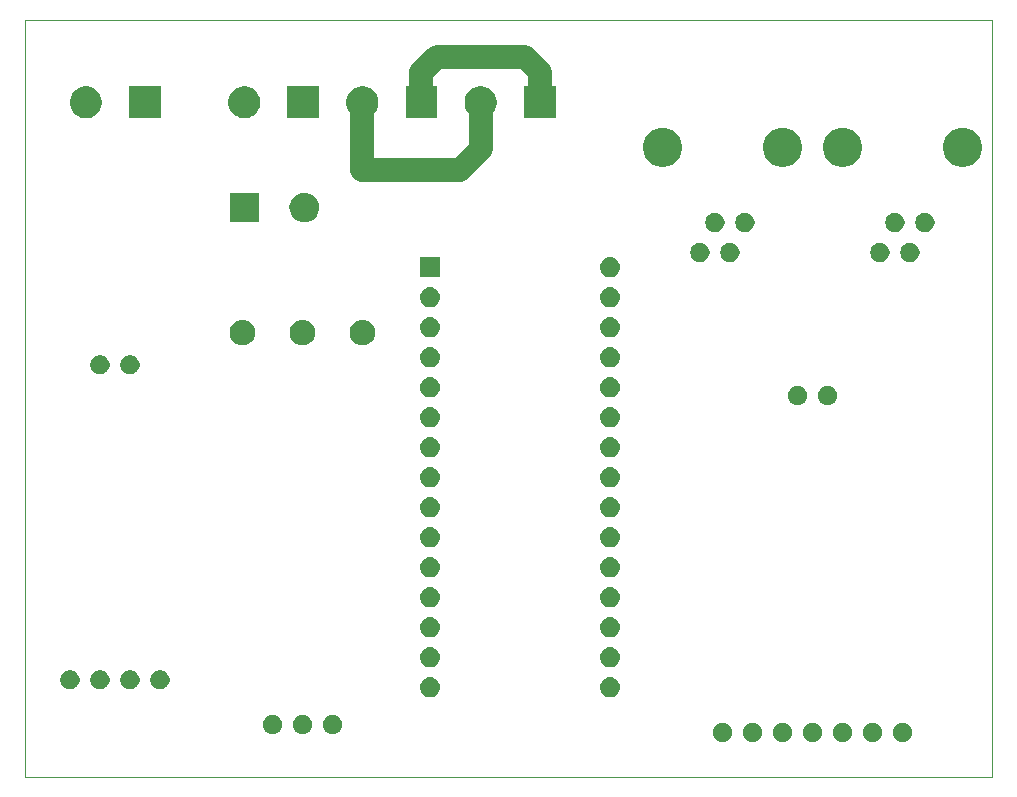
<source format=gbs>
G04 #@! TF.GenerationSoftware,KiCad,Pcbnew,5.1.0-060a0da~80~ubuntu18.04.1*
G04 #@! TF.CreationDate,2019-04-09T01:33:59+03:00*
G04 #@! TF.ProjectId,Borjomi,426f726a-6f6d-4692-9e6b-696361645f70,w01*
G04 #@! TF.SameCoordinates,Original*
G04 #@! TF.FileFunction,Soldermask,Bot*
G04 #@! TF.FilePolarity,Negative*
%FSLAX46Y46*%
G04 Gerber Fmt 4.6, Leading zero omitted, Abs format (unit mm)*
G04 Created by KiCad (PCBNEW 5.1.0-060a0da~80~ubuntu18.04.1) date 2019-04-09 01:33:59*
%MOMM*%
%LPD*%
G04 APERTURE LIST*
%ADD10C,2.000000*%
%ADD11C,0.120000*%
%ADD12C,0.150000*%
G04 APERTURE END LIST*
D10*
X91200000Y-38100000D02*
X83820000Y-38100000D01*
X92470000Y-39370000D02*
X91200000Y-38100000D01*
X92470000Y-41910000D02*
X92470000Y-39370000D01*
X82470000Y-39370000D02*
X83820000Y-38100000D01*
X82470000Y-41910000D02*
X82470000Y-39370000D01*
X87470000Y-45720000D02*
X87470000Y-41910000D01*
X85725000Y-47625000D02*
X87470000Y-45880000D01*
X77470000Y-47625000D02*
X85725000Y-47625000D01*
X77470000Y-41910000D02*
X77470000Y-47625000D01*
D11*
X48895000Y-99060000D02*
X48895000Y-34925000D01*
X130810000Y-99060000D02*
X48895000Y-99060000D01*
X130810000Y-34925000D02*
X130810000Y-99060000D01*
X48895000Y-34925000D02*
X130810000Y-34925000D01*
D12*
G36*
X108187142Y-94468242D02*
G01*
X108335101Y-94529529D01*
X108468255Y-94618499D01*
X108581501Y-94731745D01*
X108670471Y-94864899D01*
X108731758Y-95012858D01*
X108763000Y-95169925D01*
X108763000Y-95330075D01*
X108731758Y-95487142D01*
X108670471Y-95635101D01*
X108581501Y-95768255D01*
X108468255Y-95881501D01*
X108335101Y-95970471D01*
X108187142Y-96031758D01*
X108030075Y-96063000D01*
X107869925Y-96063000D01*
X107712858Y-96031758D01*
X107564899Y-95970471D01*
X107431745Y-95881501D01*
X107318499Y-95768255D01*
X107229529Y-95635101D01*
X107168242Y-95487142D01*
X107137000Y-95330075D01*
X107137000Y-95169925D01*
X107168242Y-95012858D01*
X107229529Y-94864899D01*
X107318499Y-94731745D01*
X107431745Y-94618499D01*
X107564899Y-94529529D01*
X107712858Y-94468242D01*
X107869925Y-94437000D01*
X108030075Y-94437000D01*
X108187142Y-94468242D01*
X108187142Y-94468242D01*
G37*
G36*
X120887142Y-94468242D02*
G01*
X121035101Y-94529529D01*
X121168255Y-94618499D01*
X121281501Y-94731745D01*
X121370471Y-94864899D01*
X121431758Y-95012858D01*
X121463000Y-95169925D01*
X121463000Y-95330075D01*
X121431758Y-95487142D01*
X121370471Y-95635101D01*
X121281501Y-95768255D01*
X121168255Y-95881501D01*
X121035101Y-95970471D01*
X120887142Y-96031758D01*
X120730075Y-96063000D01*
X120569925Y-96063000D01*
X120412858Y-96031758D01*
X120264899Y-95970471D01*
X120131745Y-95881501D01*
X120018499Y-95768255D01*
X119929529Y-95635101D01*
X119868242Y-95487142D01*
X119837000Y-95330075D01*
X119837000Y-95169925D01*
X119868242Y-95012858D01*
X119929529Y-94864899D01*
X120018499Y-94731745D01*
X120131745Y-94618499D01*
X120264899Y-94529529D01*
X120412858Y-94468242D01*
X120569925Y-94437000D01*
X120730075Y-94437000D01*
X120887142Y-94468242D01*
X120887142Y-94468242D01*
G37*
G36*
X118347142Y-94468242D02*
G01*
X118495101Y-94529529D01*
X118628255Y-94618499D01*
X118741501Y-94731745D01*
X118830471Y-94864899D01*
X118891758Y-95012858D01*
X118923000Y-95169925D01*
X118923000Y-95330075D01*
X118891758Y-95487142D01*
X118830471Y-95635101D01*
X118741501Y-95768255D01*
X118628255Y-95881501D01*
X118495101Y-95970471D01*
X118347142Y-96031758D01*
X118190075Y-96063000D01*
X118029925Y-96063000D01*
X117872858Y-96031758D01*
X117724899Y-95970471D01*
X117591745Y-95881501D01*
X117478499Y-95768255D01*
X117389529Y-95635101D01*
X117328242Y-95487142D01*
X117297000Y-95330075D01*
X117297000Y-95169925D01*
X117328242Y-95012858D01*
X117389529Y-94864899D01*
X117478499Y-94731745D01*
X117591745Y-94618499D01*
X117724899Y-94529529D01*
X117872858Y-94468242D01*
X118029925Y-94437000D01*
X118190075Y-94437000D01*
X118347142Y-94468242D01*
X118347142Y-94468242D01*
G37*
G36*
X123427142Y-94468242D02*
G01*
X123575101Y-94529529D01*
X123708255Y-94618499D01*
X123821501Y-94731745D01*
X123910471Y-94864899D01*
X123971758Y-95012858D01*
X124003000Y-95169925D01*
X124003000Y-95330075D01*
X123971758Y-95487142D01*
X123910471Y-95635101D01*
X123821501Y-95768255D01*
X123708255Y-95881501D01*
X123575101Y-95970471D01*
X123427142Y-96031758D01*
X123270075Y-96063000D01*
X123109925Y-96063000D01*
X122952858Y-96031758D01*
X122804899Y-95970471D01*
X122671745Y-95881501D01*
X122558499Y-95768255D01*
X122469529Y-95635101D01*
X122408242Y-95487142D01*
X122377000Y-95330075D01*
X122377000Y-95169925D01*
X122408242Y-95012858D01*
X122469529Y-94864899D01*
X122558499Y-94731745D01*
X122671745Y-94618499D01*
X122804899Y-94529529D01*
X122952858Y-94468242D01*
X123109925Y-94437000D01*
X123270075Y-94437000D01*
X123427142Y-94468242D01*
X123427142Y-94468242D01*
G37*
G36*
X113267142Y-94468242D02*
G01*
X113415101Y-94529529D01*
X113548255Y-94618499D01*
X113661501Y-94731745D01*
X113750471Y-94864899D01*
X113811758Y-95012858D01*
X113843000Y-95169925D01*
X113843000Y-95330075D01*
X113811758Y-95487142D01*
X113750471Y-95635101D01*
X113661501Y-95768255D01*
X113548255Y-95881501D01*
X113415101Y-95970471D01*
X113267142Y-96031758D01*
X113110075Y-96063000D01*
X112949925Y-96063000D01*
X112792858Y-96031758D01*
X112644899Y-95970471D01*
X112511745Y-95881501D01*
X112398499Y-95768255D01*
X112309529Y-95635101D01*
X112248242Y-95487142D01*
X112217000Y-95330075D01*
X112217000Y-95169925D01*
X112248242Y-95012858D01*
X112309529Y-94864899D01*
X112398499Y-94731745D01*
X112511745Y-94618499D01*
X112644899Y-94529529D01*
X112792858Y-94468242D01*
X112949925Y-94437000D01*
X113110075Y-94437000D01*
X113267142Y-94468242D01*
X113267142Y-94468242D01*
G37*
G36*
X115807142Y-94468242D02*
G01*
X115955101Y-94529529D01*
X116088255Y-94618499D01*
X116201501Y-94731745D01*
X116290471Y-94864899D01*
X116351758Y-95012858D01*
X116383000Y-95169925D01*
X116383000Y-95330075D01*
X116351758Y-95487142D01*
X116290471Y-95635101D01*
X116201501Y-95768255D01*
X116088255Y-95881501D01*
X115955101Y-95970471D01*
X115807142Y-96031758D01*
X115650075Y-96063000D01*
X115489925Y-96063000D01*
X115332858Y-96031758D01*
X115184899Y-95970471D01*
X115051745Y-95881501D01*
X114938499Y-95768255D01*
X114849529Y-95635101D01*
X114788242Y-95487142D01*
X114757000Y-95330075D01*
X114757000Y-95169925D01*
X114788242Y-95012858D01*
X114849529Y-94864899D01*
X114938499Y-94731745D01*
X115051745Y-94618499D01*
X115184899Y-94529529D01*
X115332858Y-94468242D01*
X115489925Y-94437000D01*
X115650075Y-94437000D01*
X115807142Y-94468242D01*
X115807142Y-94468242D01*
G37*
G36*
X110727142Y-94468242D02*
G01*
X110875101Y-94529529D01*
X111008255Y-94618499D01*
X111121501Y-94731745D01*
X111210471Y-94864899D01*
X111271758Y-95012858D01*
X111303000Y-95169925D01*
X111303000Y-95330075D01*
X111271758Y-95487142D01*
X111210471Y-95635101D01*
X111121501Y-95768255D01*
X111008255Y-95881501D01*
X110875101Y-95970471D01*
X110727142Y-96031758D01*
X110570075Y-96063000D01*
X110409925Y-96063000D01*
X110252858Y-96031758D01*
X110104899Y-95970471D01*
X109971745Y-95881501D01*
X109858499Y-95768255D01*
X109769529Y-95635101D01*
X109708242Y-95487142D01*
X109677000Y-95330075D01*
X109677000Y-95169925D01*
X109708242Y-95012858D01*
X109769529Y-94864899D01*
X109858499Y-94731745D01*
X109971745Y-94618499D01*
X110104899Y-94529529D01*
X110252858Y-94468242D01*
X110409925Y-94437000D01*
X110570075Y-94437000D01*
X110727142Y-94468242D01*
X110727142Y-94468242D01*
G37*
G36*
X75167142Y-93818242D02*
G01*
X75315101Y-93879529D01*
X75448255Y-93968499D01*
X75561501Y-94081745D01*
X75650471Y-94214899D01*
X75711758Y-94362858D01*
X75743000Y-94519925D01*
X75743000Y-94680075D01*
X75711758Y-94837142D01*
X75650471Y-94985101D01*
X75561501Y-95118255D01*
X75448255Y-95231501D01*
X75315101Y-95320471D01*
X75167142Y-95381758D01*
X75010075Y-95413000D01*
X74849925Y-95413000D01*
X74692858Y-95381758D01*
X74544899Y-95320471D01*
X74411745Y-95231501D01*
X74298499Y-95118255D01*
X74209529Y-94985101D01*
X74148242Y-94837142D01*
X74117000Y-94680075D01*
X74117000Y-94519925D01*
X74148242Y-94362858D01*
X74209529Y-94214899D01*
X74298499Y-94081745D01*
X74411745Y-93968499D01*
X74544899Y-93879529D01*
X74692858Y-93818242D01*
X74849925Y-93787000D01*
X75010075Y-93787000D01*
X75167142Y-93818242D01*
X75167142Y-93818242D01*
G37*
G36*
X72627142Y-93818242D02*
G01*
X72775101Y-93879529D01*
X72908255Y-93968499D01*
X73021501Y-94081745D01*
X73110471Y-94214899D01*
X73171758Y-94362858D01*
X73203000Y-94519925D01*
X73203000Y-94680075D01*
X73171758Y-94837142D01*
X73110471Y-94985101D01*
X73021501Y-95118255D01*
X72908255Y-95231501D01*
X72775101Y-95320471D01*
X72627142Y-95381758D01*
X72470075Y-95413000D01*
X72309925Y-95413000D01*
X72152858Y-95381758D01*
X72004899Y-95320471D01*
X71871745Y-95231501D01*
X71758499Y-95118255D01*
X71669529Y-94985101D01*
X71608242Y-94837142D01*
X71577000Y-94680075D01*
X71577000Y-94519925D01*
X71608242Y-94362858D01*
X71669529Y-94214899D01*
X71758499Y-94081745D01*
X71871745Y-93968499D01*
X72004899Y-93879529D01*
X72152858Y-93818242D01*
X72309925Y-93787000D01*
X72470075Y-93787000D01*
X72627142Y-93818242D01*
X72627142Y-93818242D01*
G37*
G36*
X70087142Y-93818242D02*
G01*
X70235101Y-93879529D01*
X70368255Y-93968499D01*
X70481501Y-94081745D01*
X70570471Y-94214899D01*
X70631758Y-94362858D01*
X70663000Y-94519925D01*
X70663000Y-94680075D01*
X70631758Y-94837142D01*
X70570471Y-94985101D01*
X70481501Y-95118255D01*
X70368255Y-95231501D01*
X70235101Y-95320471D01*
X70087142Y-95381758D01*
X69930075Y-95413000D01*
X69769925Y-95413000D01*
X69612858Y-95381758D01*
X69464899Y-95320471D01*
X69331745Y-95231501D01*
X69218499Y-95118255D01*
X69129529Y-94985101D01*
X69068242Y-94837142D01*
X69037000Y-94680075D01*
X69037000Y-94519925D01*
X69068242Y-94362858D01*
X69129529Y-94214899D01*
X69218499Y-94081745D01*
X69331745Y-93968499D01*
X69464899Y-93879529D01*
X69612858Y-93818242D01*
X69769925Y-93787000D01*
X69930075Y-93787000D01*
X70087142Y-93818242D01*
X70087142Y-93818242D01*
G37*
G36*
X83351823Y-90601313D02*
G01*
X83512242Y-90649976D01*
X83644906Y-90720886D01*
X83660078Y-90728996D01*
X83789659Y-90835341D01*
X83896004Y-90964922D01*
X83896005Y-90964924D01*
X83975024Y-91112758D01*
X84023687Y-91273177D01*
X84040117Y-91440000D01*
X84023687Y-91606823D01*
X83975024Y-91767242D01*
X83904114Y-91899906D01*
X83896004Y-91915078D01*
X83789659Y-92044659D01*
X83660078Y-92151004D01*
X83660076Y-92151005D01*
X83512242Y-92230024D01*
X83351823Y-92278687D01*
X83226804Y-92291000D01*
X83143196Y-92291000D01*
X83018177Y-92278687D01*
X82857758Y-92230024D01*
X82709924Y-92151005D01*
X82709922Y-92151004D01*
X82580341Y-92044659D01*
X82473996Y-91915078D01*
X82465886Y-91899906D01*
X82394976Y-91767242D01*
X82346313Y-91606823D01*
X82329883Y-91440000D01*
X82346313Y-91273177D01*
X82394976Y-91112758D01*
X82473995Y-90964924D01*
X82473996Y-90964922D01*
X82580341Y-90835341D01*
X82709922Y-90728996D01*
X82725094Y-90720886D01*
X82857758Y-90649976D01*
X83018177Y-90601313D01*
X83143196Y-90589000D01*
X83226804Y-90589000D01*
X83351823Y-90601313D01*
X83351823Y-90601313D01*
G37*
G36*
X98591823Y-90601313D02*
G01*
X98752242Y-90649976D01*
X98884906Y-90720886D01*
X98900078Y-90728996D01*
X99029659Y-90835341D01*
X99136004Y-90964922D01*
X99136005Y-90964924D01*
X99215024Y-91112758D01*
X99263687Y-91273177D01*
X99280117Y-91440000D01*
X99263687Y-91606823D01*
X99215024Y-91767242D01*
X99144114Y-91899906D01*
X99136004Y-91915078D01*
X99029659Y-92044659D01*
X98900078Y-92151004D01*
X98900076Y-92151005D01*
X98752242Y-92230024D01*
X98591823Y-92278687D01*
X98466804Y-92291000D01*
X98383196Y-92291000D01*
X98258177Y-92278687D01*
X98097758Y-92230024D01*
X97949924Y-92151005D01*
X97949922Y-92151004D01*
X97820341Y-92044659D01*
X97713996Y-91915078D01*
X97705886Y-91899906D01*
X97634976Y-91767242D01*
X97586313Y-91606823D01*
X97569883Y-91440000D01*
X97586313Y-91273177D01*
X97634976Y-91112758D01*
X97713995Y-90964924D01*
X97713996Y-90964922D01*
X97820341Y-90835341D01*
X97949922Y-90728996D01*
X97965094Y-90720886D01*
X98097758Y-90649976D01*
X98258177Y-90601313D01*
X98383196Y-90589000D01*
X98466804Y-90589000D01*
X98591823Y-90601313D01*
X98591823Y-90601313D01*
G37*
G36*
X60562142Y-90023242D02*
G01*
X60710101Y-90084529D01*
X60843255Y-90173499D01*
X60956501Y-90286745D01*
X61045471Y-90419899D01*
X61106758Y-90567858D01*
X61138000Y-90724925D01*
X61138000Y-90885075D01*
X61106758Y-91042142D01*
X61045471Y-91190101D01*
X60956501Y-91323255D01*
X60843255Y-91436501D01*
X60710101Y-91525471D01*
X60562142Y-91586758D01*
X60405075Y-91618000D01*
X60244925Y-91618000D01*
X60087858Y-91586758D01*
X59939899Y-91525471D01*
X59806745Y-91436501D01*
X59693499Y-91323255D01*
X59604529Y-91190101D01*
X59543242Y-91042142D01*
X59512000Y-90885075D01*
X59512000Y-90724925D01*
X59543242Y-90567858D01*
X59604529Y-90419899D01*
X59693499Y-90286745D01*
X59806745Y-90173499D01*
X59939899Y-90084529D01*
X60087858Y-90023242D01*
X60244925Y-89992000D01*
X60405075Y-89992000D01*
X60562142Y-90023242D01*
X60562142Y-90023242D01*
G37*
G36*
X58022142Y-90023242D02*
G01*
X58170101Y-90084529D01*
X58303255Y-90173499D01*
X58416501Y-90286745D01*
X58505471Y-90419899D01*
X58566758Y-90567858D01*
X58598000Y-90724925D01*
X58598000Y-90885075D01*
X58566758Y-91042142D01*
X58505471Y-91190101D01*
X58416501Y-91323255D01*
X58303255Y-91436501D01*
X58170101Y-91525471D01*
X58022142Y-91586758D01*
X57865075Y-91618000D01*
X57704925Y-91618000D01*
X57547858Y-91586758D01*
X57399899Y-91525471D01*
X57266745Y-91436501D01*
X57153499Y-91323255D01*
X57064529Y-91190101D01*
X57003242Y-91042142D01*
X56972000Y-90885075D01*
X56972000Y-90724925D01*
X57003242Y-90567858D01*
X57064529Y-90419899D01*
X57153499Y-90286745D01*
X57266745Y-90173499D01*
X57399899Y-90084529D01*
X57547858Y-90023242D01*
X57704925Y-89992000D01*
X57865075Y-89992000D01*
X58022142Y-90023242D01*
X58022142Y-90023242D01*
G37*
G36*
X55482142Y-90023242D02*
G01*
X55630101Y-90084529D01*
X55763255Y-90173499D01*
X55876501Y-90286745D01*
X55965471Y-90419899D01*
X56026758Y-90567858D01*
X56058000Y-90724925D01*
X56058000Y-90885075D01*
X56026758Y-91042142D01*
X55965471Y-91190101D01*
X55876501Y-91323255D01*
X55763255Y-91436501D01*
X55630101Y-91525471D01*
X55482142Y-91586758D01*
X55325075Y-91618000D01*
X55164925Y-91618000D01*
X55007858Y-91586758D01*
X54859899Y-91525471D01*
X54726745Y-91436501D01*
X54613499Y-91323255D01*
X54524529Y-91190101D01*
X54463242Y-91042142D01*
X54432000Y-90885075D01*
X54432000Y-90724925D01*
X54463242Y-90567858D01*
X54524529Y-90419899D01*
X54613499Y-90286745D01*
X54726745Y-90173499D01*
X54859899Y-90084529D01*
X55007858Y-90023242D01*
X55164925Y-89992000D01*
X55325075Y-89992000D01*
X55482142Y-90023242D01*
X55482142Y-90023242D01*
G37*
G36*
X52942142Y-90023242D02*
G01*
X53090101Y-90084529D01*
X53223255Y-90173499D01*
X53336501Y-90286745D01*
X53425471Y-90419899D01*
X53486758Y-90567858D01*
X53518000Y-90724925D01*
X53518000Y-90885075D01*
X53486758Y-91042142D01*
X53425471Y-91190101D01*
X53336501Y-91323255D01*
X53223255Y-91436501D01*
X53090101Y-91525471D01*
X52942142Y-91586758D01*
X52785075Y-91618000D01*
X52624925Y-91618000D01*
X52467858Y-91586758D01*
X52319899Y-91525471D01*
X52186745Y-91436501D01*
X52073499Y-91323255D01*
X51984529Y-91190101D01*
X51923242Y-91042142D01*
X51892000Y-90885075D01*
X51892000Y-90724925D01*
X51923242Y-90567858D01*
X51984529Y-90419899D01*
X52073499Y-90286745D01*
X52186745Y-90173499D01*
X52319899Y-90084529D01*
X52467858Y-90023242D01*
X52624925Y-89992000D01*
X52785075Y-89992000D01*
X52942142Y-90023242D01*
X52942142Y-90023242D01*
G37*
G36*
X98591823Y-88061313D02*
G01*
X98752242Y-88109976D01*
X98884906Y-88180886D01*
X98900078Y-88188996D01*
X99029659Y-88295341D01*
X99136004Y-88424922D01*
X99136005Y-88424924D01*
X99215024Y-88572758D01*
X99263687Y-88733177D01*
X99280117Y-88900000D01*
X99263687Y-89066823D01*
X99215024Y-89227242D01*
X99144114Y-89359906D01*
X99136004Y-89375078D01*
X99029659Y-89504659D01*
X98900078Y-89611004D01*
X98900076Y-89611005D01*
X98752242Y-89690024D01*
X98591823Y-89738687D01*
X98466804Y-89751000D01*
X98383196Y-89751000D01*
X98258177Y-89738687D01*
X98097758Y-89690024D01*
X97949924Y-89611005D01*
X97949922Y-89611004D01*
X97820341Y-89504659D01*
X97713996Y-89375078D01*
X97705886Y-89359906D01*
X97634976Y-89227242D01*
X97586313Y-89066823D01*
X97569883Y-88900000D01*
X97586313Y-88733177D01*
X97634976Y-88572758D01*
X97713995Y-88424924D01*
X97713996Y-88424922D01*
X97820341Y-88295341D01*
X97949922Y-88188996D01*
X97965094Y-88180886D01*
X98097758Y-88109976D01*
X98258177Y-88061313D01*
X98383196Y-88049000D01*
X98466804Y-88049000D01*
X98591823Y-88061313D01*
X98591823Y-88061313D01*
G37*
G36*
X83351823Y-88061313D02*
G01*
X83512242Y-88109976D01*
X83644906Y-88180886D01*
X83660078Y-88188996D01*
X83789659Y-88295341D01*
X83896004Y-88424922D01*
X83896005Y-88424924D01*
X83975024Y-88572758D01*
X84023687Y-88733177D01*
X84040117Y-88900000D01*
X84023687Y-89066823D01*
X83975024Y-89227242D01*
X83904114Y-89359906D01*
X83896004Y-89375078D01*
X83789659Y-89504659D01*
X83660078Y-89611004D01*
X83660076Y-89611005D01*
X83512242Y-89690024D01*
X83351823Y-89738687D01*
X83226804Y-89751000D01*
X83143196Y-89751000D01*
X83018177Y-89738687D01*
X82857758Y-89690024D01*
X82709924Y-89611005D01*
X82709922Y-89611004D01*
X82580341Y-89504659D01*
X82473996Y-89375078D01*
X82465886Y-89359906D01*
X82394976Y-89227242D01*
X82346313Y-89066823D01*
X82329883Y-88900000D01*
X82346313Y-88733177D01*
X82394976Y-88572758D01*
X82473995Y-88424924D01*
X82473996Y-88424922D01*
X82580341Y-88295341D01*
X82709922Y-88188996D01*
X82725094Y-88180886D01*
X82857758Y-88109976D01*
X83018177Y-88061313D01*
X83143196Y-88049000D01*
X83226804Y-88049000D01*
X83351823Y-88061313D01*
X83351823Y-88061313D01*
G37*
G36*
X98591823Y-85521313D02*
G01*
X98752242Y-85569976D01*
X98884906Y-85640886D01*
X98900078Y-85648996D01*
X99029659Y-85755341D01*
X99136004Y-85884922D01*
X99136005Y-85884924D01*
X99215024Y-86032758D01*
X99263687Y-86193177D01*
X99280117Y-86360000D01*
X99263687Y-86526823D01*
X99215024Y-86687242D01*
X99144114Y-86819906D01*
X99136004Y-86835078D01*
X99029659Y-86964659D01*
X98900078Y-87071004D01*
X98900076Y-87071005D01*
X98752242Y-87150024D01*
X98591823Y-87198687D01*
X98466804Y-87211000D01*
X98383196Y-87211000D01*
X98258177Y-87198687D01*
X98097758Y-87150024D01*
X97949924Y-87071005D01*
X97949922Y-87071004D01*
X97820341Y-86964659D01*
X97713996Y-86835078D01*
X97705886Y-86819906D01*
X97634976Y-86687242D01*
X97586313Y-86526823D01*
X97569883Y-86360000D01*
X97586313Y-86193177D01*
X97634976Y-86032758D01*
X97713995Y-85884924D01*
X97713996Y-85884922D01*
X97820341Y-85755341D01*
X97949922Y-85648996D01*
X97965094Y-85640886D01*
X98097758Y-85569976D01*
X98258177Y-85521313D01*
X98383196Y-85509000D01*
X98466804Y-85509000D01*
X98591823Y-85521313D01*
X98591823Y-85521313D01*
G37*
G36*
X83351823Y-85521313D02*
G01*
X83512242Y-85569976D01*
X83644906Y-85640886D01*
X83660078Y-85648996D01*
X83789659Y-85755341D01*
X83896004Y-85884922D01*
X83896005Y-85884924D01*
X83975024Y-86032758D01*
X84023687Y-86193177D01*
X84040117Y-86360000D01*
X84023687Y-86526823D01*
X83975024Y-86687242D01*
X83904114Y-86819906D01*
X83896004Y-86835078D01*
X83789659Y-86964659D01*
X83660078Y-87071004D01*
X83660076Y-87071005D01*
X83512242Y-87150024D01*
X83351823Y-87198687D01*
X83226804Y-87211000D01*
X83143196Y-87211000D01*
X83018177Y-87198687D01*
X82857758Y-87150024D01*
X82709924Y-87071005D01*
X82709922Y-87071004D01*
X82580341Y-86964659D01*
X82473996Y-86835078D01*
X82465886Y-86819906D01*
X82394976Y-86687242D01*
X82346313Y-86526823D01*
X82329883Y-86360000D01*
X82346313Y-86193177D01*
X82394976Y-86032758D01*
X82473995Y-85884924D01*
X82473996Y-85884922D01*
X82580341Y-85755341D01*
X82709922Y-85648996D01*
X82725094Y-85640886D01*
X82857758Y-85569976D01*
X83018177Y-85521313D01*
X83143196Y-85509000D01*
X83226804Y-85509000D01*
X83351823Y-85521313D01*
X83351823Y-85521313D01*
G37*
G36*
X98591823Y-82981313D02*
G01*
X98752242Y-83029976D01*
X98884906Y-83100886D01*
X98900078Y-83108996D01*
X99029659Y-83215341D01*
X99136004Y-83344922D01*
X99136005Y-83344924D01*
X99215024Y-83492758D01*
X99263687Y-83653177D01*
X99280117Y-83820000D01*
X99263687Y-83986823D01*
X99215024Y-84147242D01*
X99144114Y-84279906D01*
X99136004Y-84295078D01*
X99029659Y-84424659D01*
X98900078Y-84531004D01*
X98900076Y-84531005D01*
X98752242Y-84610024D01*
X98591823Y-84658687D01*
X98466804Y-84671000D01*
X98383196Y-84671000D01*
X98258177Y-84658687D01*
X98097758Y-84610024D01*
X97949924Y-84531005D01*
X97949922Y-84531004D01*
X97820341Y-84424659D01*
X97713996Y-84295078D01*
X97705886Y-84279906D01*
X97634976Y-84147242D01*
X97586313Y-83986823D01*
X97569883Y-83820000D01*
X97586313Y-83653177D01*
X97634976Y-83492758D01*
X97713995Y-83344924D01*
X97713996Y-83344922D01*
X97820341Y-83215341D01*
X97949922Y-83108996D01*
X97965094Y-83100886D01*
X98097758Y-83029976D01*
X98258177Y-82981313D01*
X98383196Y-82969000D01*
X98466804Y-82969000D01*
X98591823Y-82981313D01*
X98591823Y-82981313D01*
G37*
G36*
X83351823Y-82981313D02*
G01*
X83512242Y-83029976D01*
X83644906Y-83100886D01*
X83660078Y-83108996D01*
X83789659Y-83215341D01*
X83896004Y-83344922D01*
X83896005Y-83344924D01*
X83975024Y-83492758D01*
X84023687Y-83653177D01*
X84040117Y-83820000D01*
X84023687Y-83986823D01*
X83975024Y-84147242D01*
X83904114Y-84279906D01*
X83896004Y-84295078D01*
X83789659Y-84424659D01*
X83660078Y-84531004D01*
X83660076Y-84531005D01*
X83512242Y-84610024D01*
X83351823Y-84658687D01*
X83226804Y-84671000D01*
X83143196Y-84671000D01*
X83018177Y-84658687D01*
X82857758Y-84610024D01*
X82709924Y-84531005D01*
X82709922Y-84531004D01*
X82580341Y-84424659D01*
X82473996Y-84295078D01*
X82465886Y-84279906D01*
X82394976Y-84147242D01*
X82346313Y-83986823D01*
X82329883Y-83820000D01*
X82346313Y-83653177D01*
X82394976Y-83492758D01*
X82473995Y-83344924D01*
X82473996Y-83344922D01*
X82580341Y-83215341D01*
X82709922Y-83108996D01*
X82725094Y-83100886D01*
X82857758Y-83029976D01*
X83018177Y-82981313D01*
X83143196Y-82969000D01*
X83226804Y-82969000D01*
X83351823Y-82981313D01*
X83351823Y-82981313D01*
G37*
G36*
X83351823Y-80441313D02*
G01*
X83512242Y-80489976D01*
X83644906Y-80560886D01*
X83660078Y-80568996D01*
X83789659Y-80675341D01*
X83896004Y-80804922D01*
X83896005Y-80804924D01*
X83975024Y-80952758D01*
X84023687Y-81113177D01*
X84040117Y-81280000D01*
X84023687Y-81446823D01*
X83975024Y-81607242D01*
X83904114Y-81739906D01*
X83896004Y-81755078D01*
X83789659Y-81884659D01*
X83660078Y-81991004D01*
X83660076Y-81991005D01*
X83512242Y-82070024D01*
X83351823Y-82118687D01*
X83226804Y-82131000D01*
X83143196Y-82131000D01*
X83018177Y-82118687D01*
X82857758Y-82070024D01*
X82709924Y-81991005D01*
X82709922Y-81991004D01*
X82580341Y-81884659D01*
X82473996Y-81755078D01*
X82465886Y-81739906D01*
X82394976Y-81607242D01*
X82346313Y-81446823D01*
X82329883Y-81280000D01*
X82346313Y-81113177D01*
X82394976Y-80952758D01*
X82473995Y-80804924D01*
X82473996Y-80804922D01*
X82580341Y-80675341D01*
X82709922Y-80568996D01*
X82725094Y-80560886D01*
X82857758Y-80489976D01*
X83018177Y-80441313D01*
X83143196Y-80429000D01*
X83226804Y-80429000D01*
X83351823Y-80441313D01*
X83351823Y-80441313D01*
G37*
G36*
X98591823Y-80441313D02*
G01*
X98752242Y-80489976D01*
X98884906Y-80560886D01*
X98900078Y-80568996D01*
X99029659Y-80675341D01*
X99136004Y-80804922D01*
X99136005Y-80804924D01*
X99215024Y-80952758D01*
X99263687Y-81113177D01*
X99280117Y-81280000D01*
X99263687Y-81446823D01*
X99215024Y-81607242D01*
X99144114Y-81739906D01*
X99136004Y-81755078D01*
X99029659Y-81884659D01*
X98900078Y-81991004D01*
X98900076Y-81991005D01*
X98752242Y-82070024D01*
X98591823Y-82118687D01*
X98466804Y-82131000D01*
X98383196Y-82131000D01*
X98258177Y-82118687D01*
X98097758Y-82070024D01*
X97949924Y-81991005D01*
X97949922Y-81991004D01*
X97820341Y-81884659D01*
X97713996Y-81755078D01*
X97705886Y-81739906D01*
X97634976Y-81607242D01*
X97586313Y-81446823D01*
X97569883Y-81280000D01*
X97586313Y-81113177D01*
X97634976Y-80952758D01*
X97713995Y-80804924D01*
X97713996Y-80804922D01*
X97820341Y-80675341D01*
X97949922Y-80568996D01*
X97965094Y-80560886D01*
X98097758Y-80489976D01*
X98258177Y-80441313D01*
X98383196Y-80429000D01*
X98466804Y-80429000D01*
X98591823Y-80441313D01*
X98591823Y-80441313D01*
G37*
G36*
X83351823Y-77901313D02*
G01*
X83512242Y-77949976D01*
X83644906Y-78020886D01*
X83660078Y-78028996D01*
X83789659Y-78135341D01*
X83896004Y-78264922D01*
X83896005Y-78264924D01*
X83975024Y-78412758D01*
X84023687Y-78573177D01*
X84040117Y-78740000D01*
X84023687Y-78906823D01*
X83975024Y-79067242D01*
X83904114Y-79199906D01*
X83896004Y-79215078D01*
X83789659Y-79344659D01*
X83660078Y-79451004D01*
X83660076Y-79451005D01*
X83512242Y-79530024D01*
X83351823Y-79578687D01*
X83226804Y-79591000D01*
X83143196Y-79591000D01*
X83018177Y-79578687D01*
X82857758Y-79530024D01*
X82709924Y-79451005D01*
X82709922Y-79451004D01*
X82580341Y-79344659D01*
X82473996Y-79215078D01*
X82465886Y-79199906D01*
X82394976Y-79067242D01*
X82346313Y-78906823D01*
X82329883Y-78740000D01*
X82346313Y-78573177D01*
X82394976Y-78412758D01*
X82473995Y-78264924D01*
X82473996Y-78264922D01*
X82580341Y-78135341D01*
X82709922Y-78028996D01*
X82725094Y-78020886D01*
X82857758Y-77949976D01*
X83018177Y-77901313D01*
X83143196Y-77889000D01*
X83226804Y-77889000D01*
X83351823Y-77901313D01*
X83351823Y-77901313D01*
G37*
G36*
X98591823Y-77901313D02*
G01*
X98752242Y-77949976D01*
X98884906Y-78020886D01*
X98900078Y-78028996D01*
X99029659Y-78135341D01*
X99136004Y-78264922D01*
X99136005Y-78264924D01*
X99215024Y-78412758D01*
X99263687Y-78573177D01*
X99280117Y-78740000D01*
X99263687Y-78906823D01*
X99215024Y-79067242D01*
X99144114Y-79199906D01*
X99136004Y-79215078D01*
X99029659Y-79344659D01*
X98900078Y-79451004D01*
X98900076Y-79451005D01*
X98752242Y-79530024D01*
X98591823Y-79578687D01*
X98466804Y-79591000D01*
X98383196Y-79591000D01*
X98258177Y-79578687D01*
X98097758Y-79530024D01*
X97949924Y-79451005D01*
X97949922Y-79451004D01*
X97820341Y-79344659D01*
X97713996Y-79215078D01*
X97705886Y-79199906D01*
X97634976Y-79067242D01*
X97586313Y-78906823D01*
X97569883Y-78740000D01*
X97586313Y-78573177D01*
X97634976Y-78412758D01*
X97713995Y-78264924D01*
X97713996Y-78264922D01*
X97820341Y-78135341D01*
X97949922Y-78028996D01*
X97965094Y-78020886D01*
X98097758Y-77949976D01*
X98258177Y-77901313D01*
X98383196Y-77889000D01*
X98466804Y-77889000D01*
X98591823Y-77901313D01*
X98591823Y-77901313D01*
G37*
G36*
X83351823Y-75361313D02*
G01*
X83512242Y-75409976D01*
X83644906Y-75480886D01*
X83660078Y-75488996D01*
X83789659Y-75595341D01*
X83896004Y-75724922D01*
X83896005Y-75724924D01*
X83975024Y-75872758D01*
X84023687Y-76033177D01*
X84040117Y-76200000D01*
X84023687Y-76366823D01*
X83975024Y-76527242D01*
X83904114Y-76659906D01*
X83896004Y-76675078D01*
X83789659Y-76804659D01*
X83660078Y-76911004D01*
X83660076Y-76911005D01*
X83512242Y-76990024D01*
X83351823Y-77038687D01*
X83226804Y-77051000D01*
X83143196Y-77051000D01*
X83018177Y-77038687D01*
X82857758Y-76990024D01*
X82709924Y-76911005D01*
X82709922Y-76911004D01*
X82580341Y-76804659D01*
X82473996Y-76675078D01*
X82465886Y-76659906D01*
X82394976Y-76527242D01*
X82346313Y-76366823D01*
X82329883Y-76200000D01*
X82346313Y-76033177D01*
X82394976Y-75872758D01*
X82473995Y-75724924D01*
X82473996Y-75724922D01*
X82580341Y-75595341D01*
X82709922Y-75488996D01*
X82725094Y-75480886D01*
X82857758Y-75409976D01*
X83018177Y-75361313D01*
X83143196Y-75349000D01*
X83226804Y-75349000D01*
X83351823Y-75361313D01*
X83351823Y-75361313D01*
G37*
G36*
X98591823Y-75361313D02*
G01*
X98752242Y-75409976D01*
X98884906Y-75480886D01*
X98900078Y-75488996D01*
X99029659Y-75595341D01*
X99136004Y-75724922D01*
X99136005Y-75724924D01*
X99215024Y-75872758D01*
X99263687Y-76033177D01*
X99280117Y-76200000D01*
X99263687Y-76366823D01*
X99215024Y-76527242D01*
X99144114Y-76659906D01*
X99136004Y-76675078D01*
X99029659Y-76804659D01*
X98900078Y-76911004D01*
X98900076Y-76911005D01*
X98752242Y-76990024D01*
X98591823Y-77038687D01*
X98466804Y-77051000D01*
X98383196Y-77051000D01*
X98258177Y-77038687D01*
X98097758Y-76990024D01*
X97949924Y-76911005D01*
X97949922Y-76911004D01*
X97820341Y-76804659D01*
X97713996Y-76675078D01*
X97705886Y-76659906D01*
X97634976Y-76527242D01*
X97586313Y-76366823D01*
X97569883Y-76200000D01*
X97586313Y-76033177D01*
X97634976Y-75872758D01*
X97713995Y-75724924D01*
X97713996Y-75724922D01*
X97820341Y-75595341D01*
X97949922Y-75488996D01*
X97965094Y-75480886D01*
X98097758Y-75409976D01*
X98258177Y-75361313D01*
X98383196Y-75349000D01*
X98466804Y-75349000D01*
X98591823Y-75361313D01*
X98591823Y-75361313D01*
G37*
G36*
X83351823Y-72821313D02*
G01*
X83512242Y-72869976D01*
X83644906Y-72940886D01*
X83660078Y-72948996D01*
X83789659Y-73055341D01*
X83896004Y-73184922D01*
X83896005Y-73184924D01*
X83975024Y-73332758D01*
X84023687Y-73493177D01*
X84040117Y-73660000D01*
X84023687Y-73826823D01*
X83975024Y-73987242D01*
X83904114Y-74119906D01*
X83896004Y-74135078D01*
X83789659Y-74264659D01*
X83660078Y-74371004D01*
X83660076Y-74371005D01*
X83512242Y-74450024D01*
X83351823Y-74498687D01*
X83226804Y-74511000D01*
X83143196Y-74511000D01*
X83018177Y-74498687D01*
X82857758Y-74450024D01*
X82709924Y-74371005D01*
X82709922Y-74371004D01*
X82580341Y-74264659D01*
X82473996Y-74135078D01*
X82465886Y-74119906D01*
X82394976Y-73987242D01*
X82346313Y-73826823D01*
X82329883Y-73660000D01*
X82346313Y-73493177D01*
X82394976Y-73332758D01*
X82473995Y-73184924D01*
X82473996Y-73184922D01*
X82580341Y-73055341D01*
X82709922Y-72948996D01*
X82725094Y-72940886D01*
X82857758Y-72869976D01*
X83018177Y-72821313D01*
X83143196Y-72809000D01*
X83226804Y-72809000D01*
X83351823Y-72821313D01*
X83351823Y-72821313D01*
G37*
G36*
X98591823Y-72821313D02*
G01*
X98752242Y-72869976D01*
X98884906Y-72940886D01*
X98900078Y-72948996D01*
X99029659Y-73055341D01*
X99136004Y-73184922D01*
X99136005Y-73184924D01*
X99215024Y-73332758D01*
X99263687Y-73493177D01*
X99280117Y-73660000D01*
X99263687Y-73826823D01*
X99215024Y-73987242D01*
X99144114Y-74119906D01*
X99136004Y-74135078D01*
X99029659Y-74264659D01*
X98900078Y-74371004D01*
X98900076Y-74371005D01*
X98752242Y-74450024D01*
X98591823Y-74498687D01*
X98466804Y-74511000D01*
X98383196Y-74511000D01*
X98258177Y-74498687D01*
X98097758Y-74450024D01*
X97949924Y-74371005D01*
X97949922Y-74371004D01*
X97820341Y-74264659D01*
X97713996Y-74135078D01*
X97705886Y-74119906D01*
X97634976Y-73987242D01*
X97586313Y-73826823D01*
X97569883Y-73660000D01*
X97586313Y-73493177D01*
X97634976Y-73332758D01*
X97713995Y-73184924D01*
X97713996Y-73184922D01*
X97820341Y-73055341D01*
X97949922Y-72948996D01*
X97965094Y-72940886D01*
X98097758Y-72869976D01*
X98258177Y-72821313D01*
X98383196Y-72809000D01*
X98466804Y-72809000D01*
X98591823Y-72821313D01*
X98591823Y-72821313D01*
G37*
G36*
X98591823Y-70281313D02*
G01*
X98752242Y-70329976D01*
X98884906Y-70400886D01*
X98900078Y-70408996D01*
X99029659Y-70515341D01*
X99136004Y-70644922D01*
X99136005Y-70644924D01*
X99215024Y-70792758D01*
X99263687Y-70953177D01*
X99280117Y-71120000D01*
X99263687Y-71286823D01*
X99215024Y-71447242D01*
X99144114Y-71579906D01*
X99136004Y-71595078D01*
X99029659Y-71724659D01*
X98900078Y-71831004D01*
X98900076Y-71831005D01*
X98752242Y-71910024D01*
X98591823Y-71958687D01*
X98466804Y-71971000D01*
X98383196Y-71971000D01*
X98258177Y-71958687D01*
X98097758Y-71910024D01*
X97949924Y-71831005D01*
X97949922Y-71831004D01*
X97820341Y-71724659D01*
X97713996Y-71595078D01*
X97705886Y-71579906D01*
X97634976Y-71447242D01*
X97586313Y-71286823D01*
X97569883Y-71120000D01*
X97586313Y-70953177D01*
X97634976Y-70792758D01*
X97713995Y-70644924D01*
X97713996Y-70644922D01*
X97820341Y-70515341D01*
X97949922Y-70408996D01*
X97965094Y-70400886D01*
X98097758Y-70329976D01*
X98258177Y-70281313D01*
X98383196Y-70269000D01*
X98466804Y-70269000D01*
X98591823Y-70281313D01*
X98591823Y-70281313D01*
G37*
G36*
X83351823Y-70281313D02*
G01*
X83512242Y-70329976D01*
X83644906Y-70400886D01*
X83660078Y-70408996D01*
X83789659Y-70515341D01*
X83896004Y-70644922D01*
X83896005Y-70644924D01*
X83975024Y-70792758D01*
X84023687Y-70953177D01*
X84040117Y-71120000D01*
X84023687Y-71286823D01*
X83975024Y-71447242D01*
X83904114Y-71579906D01*
X83896004Y-71595078D01*
X83789659Y-71724659D01*
X83660078Y-71831004D01*
X83660076Y-71831005D01*
X83512242Y-71910024D01*
X83351823Y-71958687D01*
X83226804Y-71971000D01*
X83143196Y-71971000D01*
X83018177Y-71958687D01*
X82857758Y-71910024D01*
X82709924Y-71831005D01*
X82709922Y-71831004D01*
X82580341Y-71724659D01*
X82473996Y-71595078D01*
X82465886Y-71579906D01*
X82394976Y-71447242D01*
X82346313Y-71286823D01*
X82329883Y-71120000D01*
X82346313Y-70953177D01*
X82394976Y-70792758D01*
X82473995Y-70644924D01*
X82473996Y-70644922D01*
X82580341Y-70515341D01*
X82709922Y-70408996D01*
X82725094Y-70400886D01*
X82857758Y-70329976D01*
X83018177Y-70281313D01*
X83143196Y-70269000D01*
X83226804Y-70269000D01*
X83351823Y-70281313D01*
X83351823Y-70281313D01*
G37*
G36*
X98591823Y-67741313D02*
G01*
X98752242Y-67789976D01*
X98884906Y-67860886D01*
X98900078Y-67868996D01*
X99029659Y-67975341D01*
X99136004Y-68104922D01*
X99136005Y-68104924D01*
X99215024Y-68252758D01*
X99263687Y-68413177D01*
X99280117Y-68580000D01*
X99263687Y-68746823D01*
X99215024Y-68907242D01*
X99144114Y-69039906D01*
X99136004Y-69055078D01*
X99029659Y-69184659D01*
X98900078Y-69291004D01*
X98900076Y-69291005D01*
X98752242Y-69370024D01*
X98591823Y-69418687D01*
X98466804Y-69431000D01*
X98383196Y-69431000D01*
X98258177Y-69418687D01*
X98097758Y-69370024D01*
X97949924Y-69291005D01*
X97949922Y-69291004D01*
X97820341Y-69184659D01*
X97713996Y-69055078D01*
X97705886Y-69039906D01*
X97634976Y-68907242D01*
X97586313Y-68746823D01*
X97569883Y-68580000D01*
X97586313Y-68413177D01*
X97634976Y-68252758D01*
X97713995Y-68104924D01*
X97713996Y-68104922D01*
X97820341Y-67975341D01*
X97949922Y-67868996D01*
X97965094Y-67860886D01*
X98097758Y-67789976D01*
X98258177Y-67741313D01*
X98383196Y-67729000D01*
X98466804Y-67729000D01*
X98591823Y-67741313D01*
X98591823Y-67741313D01*
G37*
G36*
X83351823Y-67741313D02*
G01*
X83512242Y-67789976D01*
X83644906Y-67860886D01*
X83660078Y-67868996D01*
X83789659Y-67975341D01*
X83896004Y-68104922D01*
X83896005Y-68104924D01*
X83975024Y-68252758D01*
X84023687Y-68413177D01*
X84040117Y-68580000D01*
X84023687Y-68746823D01*
X83975024Y-68907242D01*
X83904114Y-69039906D01*
X83896004Y-69055078D01*
X83789659Y-69184659D01*
X83660078Y-69291004D01*
X83660076Y-69291005D01*
X83512242Y-69370024D01*
X83351823Y-69418687D01*
X83226804Y-69431000D01*
X83143196Y-69431000D01*
X83018177Y-69418687D01*
X82857758Y-69370024D01*
X82709924Y-69291005D01*
X82709922Y-69291004D01*
X82580341Y-69184659D01*
X82473996Y-69055078D01*
X82465886Y-69039906D01*
X82394976Y-68907242D01*
X82346313Y-68746823D01*
X82329883Y-68580000D01*
X82346313Y-68413177D01*
X82394976Y-68252758D01*
X82473995Y-68104924D01*
X82473996Y-68104922D01*
X82580341Y-67975341D01*
X82709922Y-67868996D01*
X82725094Y-67860886D01*
X82857758Y-67789976D01*
X83018177Y-67741313D01*
X83143196Y-67729000D01*
X83226804Y-67729000D01*
X83351823Y-67741313D01*
X83351823Y-67741313D01*
G37*
G36*
X117077142Y-65968242D02*
G01*
X117225101Y-66029529D01*
X117358255Y-66118499D01*
X117471501Y-66231745D01*
X117560471Y-66364899D01*
X117621758Y-66512858D01*
X117653000Y-66669925D01*
X117653000Y-66830075D01*
X117621758Y-66987142D01*
X117560471Y-67135101D01*
X117471501Y-67268255D01*
X117358255Y-67381501D01*
X117225101Y-67470471D01*
X117077142Y-67531758D01*
X116920075Y-67563000D01*
X116759925Y-67563000D01*
X116602858Y-67531758D01*
X116454899Y-67470471D01*
X116321745Y-67381501D01*
X116208499Y-67268255D01*
X116119529Y-67135101D01*
X116058242Y-66987142D01*
X116027000Y-66830075D01*
X116027000Y-66669925D01*
X116058242Y-66512858D01*
X116119529Y-66364899D01*
X116208499Y-66231745D01*
X116321745Y-66118499D01*
X116454899Y-66029529D01*
X116602858Y-65968242D01*
X116759925Y-65937000D01*
X116920075Y-65937000D01*
X117077142Y-65968242D01*
X117077142Y-65968242D01*
G37*
G36*
X114537142Y-65968242D02*
G01*
X114685101Y-66029529D01*
X114818255Y-66118499D01*
X114931501Y-66231745D01*
X115020471Y-66364899D01*
X115081758Y-66512858D01*
X115113000Y-66669925D01*
X115113000Y-66830075D01*
X115081758Y-66987142D01*
X115020471Y-67135101D01*
X114931501Y-67268255D01*
X114818255Y-67381501D01*
X114685101Y-67470471D01*
X114537142Y-67531758D01*
X114380075Y-67563000D01*
X114219925Y-67563000D01*
X114062858Y-67531758D01*
X113914899Y-67470471D01*
X113781745Y-67381501D01*
X113668499Y-67268255D01*
X113579529Y-67135101D01*
X113518242Y-66987142D01*
X113487000Y-66830075D01*
X113487000Y-66669925D01*
X113518242Y-66512858D01*
X113579529Y-66364899D01*
X113668499Y-66231745D01*
X113781745Y-66118499D01*
X113914899Y-66029529D01*
X114062858Y-65968242D01*
X114219925Y-65937000D01*
X114380075Y-65937000D01*
X114537142Y-65968242D01*
X114537142Y-65968242D01*
G37*
G36*
X98591823Y-65201313D02*
G01*
X98752242Y-65249976D01*
X98884906Y-65320886D01*
X98900078Y-65328996D01*
X99029659Y-65435341D01*
X99136004Y-65564922D01*
X99136005Y-65564924D01*
X99215024Y-65712758D01*
X99263687Y-65873177D01*
X99280117Y-66040000D01*
X99263687Y-66206823D01*
X99256127Y-66231745D01*
X99215735Y-66364900D01*
X99215024Y-66367242D01*
X99144114Y-66499906D01*
X99136004Y-66515078D01*
X99029659Y-66644659D01*
X98900078Y-66751004D01*
X98900076Y-66751005D01*
X98752242Y-66830024D01*
X98591823Y-66878687D01*
X98466804Y-66891000D01*
X98383196Y-66891000D01*
X98258177Y-66878687D01*
X98097758Y-66830024D01*
X97949924Y-66751005D01*
X97949922Y-66751004D01*
X97820341Y-66644659D01*
X97713996Y-66515078D01*
X97705886Y-66499906D01*
X97634976Y-66367242D01*
X97634266Y-66364900D01*
X97593873Y-66231745D01*
X97586313Y-66206823D01*
X97569883Y-66040000D01*
X97586313Y-65873177D01*
X97634976Y-65712758D01*
X97713995Y-65564924D01*
X97713996Y-65564922D01*
X97820341Y-65435341D01*
X97949922Y-65328996D01*
X97965094Y-65320886D01*
X98097758Y-65249976D01*
X98258177Y-65201313D01*
X98383196Y-65189000D01*
X98466804Y-65189000D01*
X98591823Y-65201313D01*
X98591823Y-65201313D01*
G37*
G36*
X83351823Y-65201313D02*
G01*
X83512242Y-65249976D01*
X83644906Y-65320886D01*
X83660078Y-65328996D01*
X83789659Y-65435341D01*
X83896004Y-65564922D01*
X83896005Y-65564924D01*
X83975024Y-65712758D01*
X84023687Y-65873177D01*
X84040117Y-66040000D01*
X84023687Y-66206823D01*
X84016127Y-66231745D01*
X83975735Y-66364900D01*
X83975024Y-66367242D01*
X83904114Y-66499906D01*
X83896004Y-66515078D01*
X83789659Y-66644659D01*
X83660078Y-66751004D01*
X83660076Y-66751005D01*
X83512242Y-66830024D01*
X83351823Y-66878687D01*
X83226804Y-66891000D01*
X83143196Y-66891000D01*
X83018177Y-66878687D01*
X82857758Y-66830024D01*
X82709924Y-66751005D01*
X82709922Y-66751004D01*
X82580341Y-66644659D01*
X82473996Y-66515078D01*
X82465886Y-66499906D01*
X82394976Y-66367242D01*
X82394266Y-66364900D01*
X82353873Y-66231745D01*
X82346313Y-66206823D01*
X82329883Y-66040000D01*
X82346313Y-65873177D01*
X82394976Y-65712758D01*
X82473995Y-65564924D01*
X82473996Y-65564922D01*
X82580341Y-65435341D01*
X82709922Y-65328996D01*
X82725094Y-65320886D01*
X82857758Y-65249976D01*
X83018177Y-65201313D01*
X83143196Y-65189000D01*
X83226804Y-65189000D01*
X83351823Y-65201313D01*
X83351823Y-65201313D01*
G37*
G36*
X55482142Y-63353242D02*
G01*
X55630101Y-63414529D01*
X55763255Y-63503499D01*
X55876501Y-63616745D01*
X55965471Y-63749899D01*
X56026758Y-63897858D01*
X56058000Y-64054925D01*
X56058000Y-64215075D01*
X56026758Y-64372142D01*
X55965471Y-64520101D01*
X55876501Y-64653255D01*
X55763255Y-64766501D01*
X55630101Y-64855471D01*
X55482142Y-64916758D01*
X55325075Y-64948000D01*
X55164925Y-64948000D01*
X55007858Y-64916758D01*
X54859899Y-64855471D01*
X54726745Y-64766501D01*
X54613499Y-64653255D01*
X54524529Y-64520101D01*
X54463242Y-64372142D01*
X54432000Y-64215075D01*
X54432000Y-64054925D01*
X54463242Y-63897858D01*
X54524529Y-63749899D01*
X54613499Y-63616745D01*
X54726745Y-63503499D01*
X54859899Y-63414529D01*
X55007858Y-63353242D01*
X55164925Y-63322000D01*
X55325075Y-63322000D01*
X55482142Y-63353242D01*
X55482142Y-63353242D01*
G37*
G36*
X58022142Y-63353242D02*
G01*
X58170101Y-63414529D01*
X58303255Y-63503499D01*
X58416501Y-63616745D01*
X58505471Y-63749899D01*
X58566758Y-63897858D01*
X58598000Y-64054925D01*
X58598000Y-64215075D01*
X58566758Y-64372142D01*
X58505471Y-64520101D01*
X58416501Y-64653255D01*
X58303255Y-64766501D01*
X58170101Y-64855471D01*
X58022142Y-64916758D01*
X57865075Y-64948000D01*
X57704925Y-64948000D01*
X57547858Y-64916758D01*
X57399899Y-64855471D01*
X57266745Y-64766501D01*
X57153499Y-64653255D01*
X57064529Y-64520101D01*
X57003242Y-64372142D01*
X56972000Y-64215075D01*
X56972000Y-64054925D01*
X57003242Y-63897858D01*
X57064529Y-63749899D01*
X57153499Y-63616745D01*
X57266745Y-63503499D01*
X57399899Y-63414529D01*
X57547858Y-63353242D01*
X57704925Y-63322000D01*
X57865075Y-63322000D01*
X58022142Y-63353242D01*
X58022142Y-63353242D01*
G37*
G36*
X98591823Y-62661313D02*
G01*
X98752242Y-62709976D01*
X98884906Y-62780886D01*
X98900078Y-62788996D01*
X99029659Y-62895341D01*
X99136004Y-63024922D01*
X99136005Y-63024924D01*
X99215024Y-63172758D01*
X99263687Y-63333177D01*
X99280117Y-63500000D01*
X99263687Y-63666823D01*
X99215024Y-63827242D01*
X99177279Y-63897857D01*
X99136004Y-63975078D01*
X99029659Y-64104659D01*
X98900078Y-64211004D01*
X98892462Y-64215075D01*
X98752242Y-64290024D01*
X98591823Y-64338687D01*
X98466804Y-64351000D01*
X98383196Y-64351000D01*
X98258177Y-64338687D01*
X98097758Y-64290024D01*
X97957538Y-64215075D01*
X97949922Y-64211004D01*
X97820341Y-64104659D01*
X97713996Y-63975078D01*
X97672721Y-63897857D01*
X97634976Y-63827242D01*
X97586313Y-63666823D01*
X97569883Y-63500000D01*
X97586313Y-63333177D01*
X97634976Y-63172758D01*
X97713995Y-63024924D01*
X97713996Y-63024922D01*
X97820341Y-62895341D01*
X97949922Y-62788996D01*
X97965094Y-62780886D01*
X98097758Y-62709976D01*
X98258177Y-62661313D01*
X98383196Y-62649000D01*
X98466804Y-62649000D01*
X98591823Y-62661313D01*
X98591823Y-62661313D01*
G37*
G36*
X83351823Y-62661313D02*
G01*
X83512242Y-62709976D01*
X83644906Y-62780886D01*
X83660078Y-62788996D01*
X83789659Y-62895341D01*
X83896004Y-63024922D01*
X83896005Y-63024924D01*
X83975024Y-63172758D01*
X84023687Y-63333177D01*
X84040117Y-63500000D01*
X84023687Y-63666823D01*
X83975024Y-63827242D01*
X83937279Y-63897857D01*
X83896004Y-63975078D01*
X83789659Y-64104659D01*
X83660078Y-64211004D01*
X83652462Y-64215075D01*
X83512242Y-64290024D01*
X83351823Y-64338687D01*
X83226804Y-64351000D01*
X83143196Y-64351000D01*
X83018177Y-64338687D01*
X82857758Y-64290024D01*
X82717538Y-64215075D01*
X82709922Y-64211004D01*
X82580341Y-64104659D01*
X82473996Y-63975078D01*
X82432721Y-63897857D01*
X82394976Y-63827242D01*
X82346313Y-63666823D01*
X82329883Y-63500000D01*
X82346313Y-63333177D01*
X82394976Y-63172758D01*
X82473995Y-63024924D01*
X82473996Y-63024922D01*
X82580341Y-62895341D01*
X82709922Y-62788996D01*
X82725094Y-62780886D01*
X82857758Y-62709976D01*
X83018177Y-62661313D01*
X83143196Y-62649000D01*
X83226804Y-62649000D01*
X83351823Y-62661313D01*
X83351823Y-62661313D01*
G37*
G36*
X72599722Y-60345656D02*
G01*
X72703566Y-60366312D01*
X72760866Y-60390047D01*
X72899203Y-60447347D01*
X73075272Y-60564993D01*
X73225007Y-60714728D01*
X73342653Y-60890797D01*
X73423688Y-61086435D01*
X73463632Y-61287242D01*
X73465000Y-61294122D01*
X73465000Y-61505878D01*
X73423688Y-61713566D01*
X73408586Y-61750025D01*
X73342653Y-61909203D01*
X73225007Y-62085272D01*
X73075272Y-62235007D01*
X72899203Y-62352653D01*
X72760866Y-62409953D01*
X72703566Y-62433688D01*
X72599722Y-62454344D01*
X72495879Y-62475000D01*
X72284121Y-62475000D01*
X72180278Y-62454344D01*
X72076434Y-62433688D01*
X72019134Y-62409953D01*
X71880797Y-62352653D01*
X71704728Y-62235007D01*
X71554993Y-62085272D01*
X71437347Y-61909203D01*
X71371414Y-61750025D01*
X71356312Y-61713566D01*
X71315000Y-61505878D01*
X71315000Y-61294122D01*
X71316369Y-61287242D01*
X71356312Y-61086435D01*
X71437347Y-60890797D01*
X71554993Y-60714728D01*
X71704728Y-60564993D01*
X71880797Y-60447347D01*
X72019134Y-60390047D01*
X72076434Y-60366312D01*
X72180278Y-60345656D01*
X72284121Y-60325000D01*
X72495879Y-60325000D01*
X72599722Y-60345656D01*
X72599722Y-60345656D01*
G37*
G36*
X67519722Y-60345656D02*
G01*
X67623566Y-60366312D01*
X67680866Y-60390047D01*
X67819203Y-60447347D01*
X67995272Y-60564993D01*
X68145007Y-60714728D01*
X68262653Y-60890797D01*
X68343688Y-61086435D01*
X68383632Y-61287242D01*
X68385000Y-61294122D01*
X68385000Y-61505878D01*
X68343688Y-61713566D01*
X68328586Y-61750025D01*
X68262653Y-61909203D01*
X68145007Y-62085272D01*
X67995272Y-62235007D01*
X67819203Y-62352653D01*
X67680866Y-62409953D01*
X67623566Y-62433688D01*
X67519722Y-62454344D01*
X67415879Y-62475000D01*
X67204121Y-62475000D01*
X67100278Y-62454344D01*
X66996434Y-62433688D01*
X66939134Y-62409953D01*
X66800797Y-62352653D01*
X66624728Y-62235007D01*
X66474993Y-62085272D01*
X66357347Y-61909203D01*
X66291414Y-61750025D01*
X66276312Y-61713566D01*
X66235000Y-61505878D01*
X66235000Y-61294122D01*
X66236369Y-61287242D01*
X66276312Y-61086435D01*
X66357347Y-60890797D01*
X66474993Y-60714728D01*
X66624728Y-60564993D01*
X66800797Y-60447347D01*
X66939134Y-60390047D01*
X66996434Y-60366312D01*
X67100278Y-60345656D01*
X67204121Y-60325000D01*
X67415879Y-60325000D01*
X67519722Y-60345656D01*
X67519722Y-60345656D01*
G37*
G36*
X77679722Y-60345656D02*
G01*
X77783566Y-60366312D01*
X77840866Y-60390047D01*
X77979203Y-60447347D01*
X78155272Y-60564993D01*
X78305007Y-60714728D01*
X78422653Y-60890797D01*
X78503688Y-61086435D01*
X78543632Y-61287242D01*
X78545000Y-61294122D01*
X78545000Y-61505878D01*
X78503688Y-61713566D01*
X78488586Y-61750025D01*
X78422653Y-61909203D01*
X78305007Y-62085272D01*
X78155272Y-62235007D01*
X77979203Y-62352653D01*
X77840866Y-62409953D01*
X77783566Y-62433688D01*
X77679722Y-62454344D01*
X77575879Y-62475000D01*
X77364121Y-62475000D01*
X77260278Y-62454344D01*
X77156434Y-62433688D01*
X77099134Y-62409953D01*
X76960797Y-62352653D01*
X76784728Y-62235007D01*
X76634993Y-62085272D01*
X76517347Y-61909203D01*
X76451414Y-61750025D01*
X76436312Y-61713566D01*
X76395000Y-61505878D01*
X76395000Y-61294122D01*
X76396369Y-61287242D01*
X76436312Y-61086435D01*
X76517347Y-60890797D01*
X76634993Y-60714728D01*
X76784728Y-60564993D01*
X76960797Y-60447347D01*
X77099134Y-60390047D01*
X77156434Y-60366312D01*
X77260278Y-60345656D01*
X77364121Y-60325000D01*
X77575879Y-60325000D01*
X77679722Y-60345656D01*
X77679722Y-60345656D01*
G37*
G36*
X98591823Y-60121313D02*
G01*
X98752242Y-60169976D01*
X98884906Y-60240886D01*
X98900078Y-60248996D01*
X99029659Y-60355341D01*
X99136004Y-60484922D01*
X99136005Y-60484924D01*
X99215024Y-60632758D01*
X99263687Y-60793177D01*
X99280117Y-60960000D01*
X99263687Y-61126823D01*
X99215024Y-61287242D01*
X99144114Y-61419906D01*
X99136004Y-61435078D01*
X99029659Y-61564659D01*
X98900078Y-61671004D01*
X98900076Y-61671005D01*
X98752242Y-61750024D01*
X98591823Y-61798687D01*
X98466804Y-61811000D01*
X98383196Y-61811000D01*
X98258177Y-61798687D01*
X98097758Y-61750024D01*
X97949924Y-61671005D01*
X97949922Y-61671004D01*
X97820341Y-61564659D01*
X97713996Y-61435078D01*
X97705886Y-61419906D01*
X97634976Y-61287242D01*
X97586313Y-61126823D01*
X97569883Y-60960000D01*
X97586313Y-60793177D01*
X97634976Y-60632758D01*
X97713995Y-60484924D01*
X97713996Y-60484922D01*
X97820341Y-60355341D01*
X97949922Y-60248996D01*
X97965094Y-60240886D01*
X98097758Y-60169976D01*
X98258177Y-60121313D01*
X98383196Y-60109000D01*
X98466804Y-60109000D01*
X98591823Y-60121313D01*
X98591823Y-60121313D01*
G37*
G36*
X83351823Y-60121313D02*
G01*
X83512242Y-60169976D01*
X83644906Y-60240886D01*
X83660078Y-60248996D01*
X83789659Y-60355341D01*
X83896004Y-60484922D01*
X83896005Y-60484924D01*
X83975024Y-60632758D01*
X84023687Y-60793177D01*
X84040117Y-60960000D01*
X84023687Y-61126823D01*
X83975024Y-61287242D01*
X83904114Y-61419906D01*
X83896004Y-61435078D01*
X83789659Y-61564659D01*
X83660078Y-61671004D01*
X83660076Y-61671005D01*
X83512242Y-61750024D01*
X83351823Y-61798687D01*
X83226804Y-61811000D01*
X83143196Y-61811000D01*
X83018177Y-61798687D01*
X82857758Y-61750024D01*
X82709924Y-61671005D01*
X82709922Y-61671004D01*
X82580341Y-61564659D01*
X82473996Y-61435078D01*
X82465886Y-61419906D01*
X82394976Y-61287242D01*
X82346313Y-61126823D01*
X82329883Y-60960000D01*
X82346313Y-60793177D01*
X82394976Y-60632758D01*
X82473995Y-60484924D01*
X82473996Y-60484922D01*
X82580341Y-60355341D01*
X82709922Y-60248996D01*
X82725094Y-60240886D01*
X82857758Y-60169976D01*
X83018177Y-60121313D01*
X83143196Y-60109000D01*
X83226804Y-60109000D01*
X83351823Y-60121313D01*
X83351823Y-60121313D01*
G37*
G36*
X98591823Y-57581313D02*
G01*
X98752242Y-57629976D01*
X98884906Y-57700886D01*
X98900078Y-57708996D01*
X99029659Y-57815341D01*
X99136004Y-57944922D01*
X99136005Y-57944924D01*
X99215024Y-58092758D01*
X99263687Y-58253177D01*
X99280117Y-58420000D01*
X99263687Y-58586823D01*
X99215024Y-58747242D01*
X99144114Y-58879906D01*
X99136004Y-58895078D01*
X99029659Y-59024659D01*
X98900078Y-59131004D01*
X98900076Y-59131005D01*
X98752242Y-59210024D01*
X98591823Y-59258687D01*
X98466804Y-59271000D01*
X98383196Y-59271000D01*
X98258177Y-59258687D01*
X98097758Y-59210024D01*
X97949924Y-59131005D01*
X97949922Y-59131004D01*
X97820341Y-59024659D01*
X97713996Y-58895078D01*
X97705886Y-58879906D01*
X97634976Y-58747242D01*
X97586313Y-58586823D01*
X97569883Y-58420000D01*
X97586313Y-58253177D01*
X97634976Y-58092758D01*
X97713995Y-57944924D01*
X97713996Y-57944922D01*
X97820341Y-57815341D01*
X97949922Y-57708996D01*
X97965094Y-57700886D01*
X98097758Y-57629976D01*
X98258177Y-57581313D01*
X98383196Y-57569000D01*
X98466804Y-57569000D01*
X98591823Y-57581313D01*
X98591823Y-57581313D01*
G37*
G36*
X83351823Y-57581313D02*
G01*
X83512242Y-57629976D01*
X83644906Y-57700886D01*
X83660078Y-57708996D01*
X83789659Y-57815341D01*
X83896004Y-57944922D01*
X83896005Y-57944924D01*
X83975024Y-58092758D01*
X84023687Y-58253177D01*
X84040117Y-58420000D01*
X84023687Y-58586823D01*
X83975024Y-58747242D01*
X83904114Y-58879906D01*
X83896004Y-58895078D01*
X83789659Y-59024659D01*
X83660078Y-59131004D01*
X83660076Y-59131005D01*
X83512242Y-59210024D01*
X83351823Y-59258687D01*
X83226804Y-59271000D01*
X83143196Y-59271000D01*
X83018177Y-59258687D01*
X82857758Y-59210024D01*
X82709924Y-59131005D01*
X82709922Y-59131004D01*
X82580341Y-59024659D01*
X82473996Y-58895078D01*
X82465886Y-58879906D01*
X82394976Y-58747242D01*
X82346313Y-58586823D01*
X82329883Y-58420000D01*
X82346313Y-58253177D01*
X82394976Y-58092758D01*
X82473995Y-57944924D01*
X82473996Y-57944922D01*
X82580341Y-57815341D01*
X82709922Y-57708996D01*
X82725094Y-57700886D01*
X82857758Y-57629976D01*
X83018177Y-57581313D01*
X83143196Y-57569000D01*
X83226804Y-57569000D01*
X83351823Y-57581313D01*
X83351823Y-57581313D01*
G37*
G36*
X98591823Y-55041313D02*
G01*
X98752242Y-55089976D01*
X98821475Y-55126982D01*
X98900078Y-55168996D01*
X99029659Y-55275341D01*
X99136004Y-55404922D01*
X99136005Y-55404924D01*
X99215024Y-55552758D01*
X99263687Y-55713177D01*
X99280117Y-55880000D01*
X99263687Y-56046823D01*
X99215024Y-56207242D01*
X99144114Y-56339906D01*
X99136004Y-56355078D01*
X99029659Y-56484659D01*
X98900078Y-56591004D01*
X98900076Y-56591005D01*
X98752242Y-56670024D01*
X98591823Y-56718687D01*
X98466804Y-56731000D01*
X98383196Y-56731000D01*
X98258177Y-56718687D01*
X98097758Y-56670024D01*
X97949924Y-56591005D01*
X97949922Y-56591004D01*
X97820341Y-56484659D01*
X97713996Y-56355078D01*
X97705886Y-56339906D01*
X97634976Y-56207242D01*
X97586313Y-56046823D01*
X97569883Y-55880000D01*
X97586313Y-55713177D01*
X97634976Y-55552758D01*
X97713995Y-55404924D01*
X97713996Y-55404922D01*
X97820341Y-55275341D01*
X97949922Y-55168996D01*
X98028525Y-55126982D01*
X98097758Y-55089976D01*
X98258177Y-55041313D01*
X98383196Y-55029000D01*
X98466804Y-55029000D01*
X98591823Y-55041313D01*
X98591823Y-55041313D01*
G37*
G36*
X84036000Y-56731000D02*
G01*
X82334000Y-56731000D01*
X82334000Y-55029000D01*
X84036000Y-55029000D01*
X84036000Y-56731000D01*
X84036000Y-56731000D01*
G37*
G36*
X106281560Y-53830166D02*
G01*
X106429153Y-53891301D01*
X106561982Y-53980055D01*
X106674945Y-54093018D01*
X106763699Y-54225847D01*
X106824834Y-54373440D01*
X106856000Y-54530123D01*
X106856000Y-54689877D01*
X106824834Y-54846560D01*
X106763699Y-54994153D01*
X106674945Y-55126982D01*
X106561982Y-55239945D01*
X106429153Y-55328699D01*
X106429152Y-55328700D01*
X106429151Y-55328700D01*
X106281560Y-55389834D01*
X106124878Y-55421000D01*
X105965122Y-55421000D01*
X105808440Y-55389834D01*
X105660849Y-55328700D01*
X105660848Y-55328700D01*
X105660847Y-55328699D01*
X105528018Y-55239945D01*
X105415055Y-55126982D01*
X105326301Y-54994153D01*
X105265166Y-54846560D01*
X105234000Y-54689877D01*
X105234000Y-54530123D01*
X105265166Y-54373440D01*
X105326301Y-54225847D01*
X105415055Y-54093018D01*
X105528018Y-53980055D01*
X105660847Y-53891301D01*
X105808440Y-53830166D01*
X105965122Y-53799000D01*
X106124878Y-53799000D01*
X106281560Y-53830166D01*
X106281560Y-53830166D01*
G37*
G36*
X124061560Y-53830166D02*
G01*
X124209153Y-53891301D01*
X124341982Y-53980055D01*
X124454945Y-54093018D01*
X124543699Y-54225847D01*
X124604834Y-54373440D01*
X124636000Y-54530123D01*
X124636000Y-54689877D01*
X124604834Y-54846560D01*
X124543699Y-54994153D01*
X124454945Y-55126982D01*
X124341982Y-55239945D01*
X124209153Y-55328699D01*
X124209152Y-55328700D01*
X124209151Y-55328700D01*
X124061560Y-55389834D01*
X123904878Y-55421000D01*
X123745122Y-55421000D01*
X123588440Y-55389834D01*
X123440849Y-55328700D01*
X123440848Y-55328700D01*
X123440847Y-55328699D01*
X123308018Y-55239945D01*
X123195055Y-55126982D01*
X123106301Y-54994153D01*
X123045166Y-54846560D01*
X123014000Y-54689877D01*
X123014000Y-54530123D01*
X123045166Y-54373440D01*
X123106301Y-54225847D01*
X123195055Y-54093018D01*
X123308018Y-53980055D01*
X123440847Y-53891301D01*
X123588440Y-53830166D01*
X123745122Y-53799000D01*
X123904878Y-53799000D01*
X124061560Y-53830166D01*
X124061560Y-53830166D01*
G37*
G36*
X121521560Y-53830166D02*
G01*
X121669153Y-53891301D01*
X121801982Y-53980055D01*
X121914945Y-54093018D01*
X122003699Y-54225847D01*
X122064834Y-54373440D01*
X122096000Y-54530123D01*
X122096000Y-54689877D01*
X122064834Y-54846560D01*
X122003699Y-54994153D01*
X121914945Y-55126982D01*
X121801982Y-55239945D01*
X121669153Y-55328699D01*
X121669152Y-55328700D01*
X121669151Y-55328700D01*
X121521560Y-55389834D01*
X121364878Y-55421000D01*
X121205122Y-55421000D01*
X121048440Y-55389834D01*
X120900849Y-55328700D01*
X120900848Y-55328700D01*
X120900847Y-55328699D01*
X120768018Y-55239945D01*
X120655055Y-55126982D01*
X120566301Y-54994153D01*
X120505166Y-54846560D01*
X120474000Y-54689877D01*
X120474000Y-54530123D01*
X120505166Y-54373440D01*
X120566301Y-54225847D01*
X120655055Y-54093018D01*
X120768018Y-53980055D01*
X120900847Y-53891301D01*
X121048440Y-53830166D01*
X121205122Y-53799000D01*
X121364878Y-53799000D01*
X121521560Y-53830166D01*
X121521560Y-53830166D01*
G37*
G36*
X108821560Y-53830166D02*
G01*
X108969153Y-53891301D01*
X109101982Y-53980055D01*
X109214945Y-54093018D01*
X109303699Y-54225847D01*
X109364834Y-54373440D01*
X109396000Y-54530123D01*
X109396000Y-54689877D01*
X109364834Y-54846560D01*
X109303699Y-54994153D01*
X109214945Y-55126982D01*
X109101982Y-55239945D01*
X108969153Y-55328699D01*
X108969152Y-55328700D01*
X108969151Y-55328700D01*
X108821560Y-55389834D01*
X108664878Y-55421000D01*
X108505122Y-55421000D01*
X108348440Y-55389834D01*
X108200849Y-55328700D01*
X108200848Y-55328700D01*
X108200847Y-55328699D01*
X108068018Y-55239945D01*
X107955055Y-55126982D01*
X107866301Y-54994153D01*
X107805166Y-54846560D01*
X107774000Y-54689877D01*
X107774000Y-54530123D01*
X107805166Y-54373440D01*
X107866301Y-54225847D01*
X107955055Y-54093018D01*
X108068018Y-53980055D01*
X108200847Y-53891301D01*
X108348440Y-53830166D01*
X108505122Y-53799000D01*
X108664878Y-53799000D01*
X108821560Y-53830166D01*
X108821560Y-53830166D01*
G37*
G36*
X122745746Y-51281053D02*
G01*
X122791560Y-51290166D01*
X122939153Y-51351301D01*
X123071982Y-51440055D01*
X123184945Y-51553018D01*
X123273699Y-51685847D01*
X123334834Y-51833440D01*
X123366000Y-51990123D01*
X123366000Y-52149877D01*
X123334834Y-52306560D01*
X123273699Y-52454153D01*
X123184945Y-52586982D01*
X123071982Y-52699945D01*
X122939153Y-52788699D01*
X122939152Y-52788700D01*
X122939151Y-52788700D01*
X122791560Y-52849834D01*
X122634878Y-52881000D01*
X122475122Y-52881000D01*
X122318440Y-52849834D01*
X122170849Y-52788700D01*
X122170848Y-52788700D01*
X122170847Y-52788699D01*
X122038018Y-52699945D01*
X121925055Y-52586982D01*
X121836301Y-52454153D01*
X121775166Y-52306560D01*
X121744000Y-52149877D01*
X121744000Y-51990123D01*
X121775166Y-51833440D01*
X121836301Y-51685847D01*
X121925055Y-51553018D01*
X122038018Y-51440055D01*
X122170847Y-51351301D01*
X122318440Y-51290166D01*
X122364254Y-51281053D01*
X122475122Y-51259000D01*
X122634878Y-51259000D01*
X122745746Y-51281053D01*
X122745746Y-51281053D01*
G37*
G36*
X125285746Y-51281053D02*
G01*
X125331560Y-51290166D01*
X125479153Y-51351301D01*
X125611982Y-51440055D01*
X125724945Y-51553018D01*
X125813699Y-51685847D01*
X125874834Y-51833440D01*
X125906000Y-51990123D01*
X125906000Y-52149877D01*
X125874834Y-52306560D01*
X125813699Y-52454153D01*
X125724945Y-52586982D01*
X125611982Y-52699945D01*
X125479153Y-52788699D01*
X125479152Y-52788700D01*
X125479151Y-52788700D01*
X125331560Y-52849834D01*
X125174878Y-52881000D01*
X125015122Y-52881000D01*
X124858440Y-52849834D01*
X124710849Y-52788700D01*
X124710848Y-52788700D01*
X124710847Y-52788699D01*
X124578018Y-52699945D01*
X124465055Y-52586982D01*
X124376301Y-52454153D01*
X124315166Y-52306560D01*
X124284000Y-52149877D01*
X124284000Y-51990123D01*
X124315166Y-51833440D01*
X124376301Y-51685847D01*
X124465055Y-51553018D01*
X124578018Y-51440055D01*
X124710847Y-51351301D01*
X124858440Y-51290166D01*
X124904254Y-51281053D01*
X125015122Y-51259000D01*
X125174878Y-51259000D01*
X125285746Y-51281053D01*
X125285746Y-51281053D01*
G37*
G36*
X107505746Y-51281053D02*
G01*
X107551560Y-51290166D01*
X107699153Y-51351301D01*
X107831982Y-51440055D01*
X107944945Y-51553018D01*
X108033699Y-51685847D01*
X108094834Y-51833440D01*
X108126000Y-51990123D01*
X108126000Y-52149877D01*
X108094834Y-52306560D01*
X108033699Y-52454153D01*
X107944945Y-52586982D01*
X107831982Y-52699945D01*
X107699153Y-52788699D01*
X107699152Y-52788700D01*
X107699151Y-52788700D01*
X107551560Y-52849834D01*
X107394878Y-52881000D01*
X107235122Y-52881000D01*
X107078440Y-52849834D01*
X106930849Y-52788700D01*
X106930848Y-52788700D01*
X106930847Y-52788699D01*
X106798018Y-52699945D01*
X106685055Y-52586982D01*
X106596301Y-52454153D01*
X106535166Y-52306560D01*
X106504000Y-52149877D01*
X106504000Y-51990123D01*
X106535166Y-51833440D01*
X106596301Y-51685847D01*
X106685055Y-51553018D01*
X106798018Y-51440055D01*
X106930847Y-51351301D01*
X107078440Y-51290166D01*
X107124254Y-51281053D01*
X107235122Y-51259000D01*
X107394878Y-51259000D01*
X107505746Y-51281053D01*
X107505746Y-51281053D01*
G37*
G36*
X110045746Y-51281053D02*
G01*
X110091560Y-51290166D01*
X110239153Y-51351301D01*
X110371982Y-51440055D01*
X110484945Y-51553018D01*
X110573699Y-51685847D01*
X110634834Y-51833440D01*
X110666000Y-51990123D01*
X110666000Y-52149877D01*
X110634834Y-52306560D01*
X110573699Y-52454153D01*
X110484945Y-52586982D01*
X110371982Y-52699945D01*
X110239153Y-52788699D01*
X110239152Y-52788700D01*
X110239151Y-52788700D01*
X110091560Y-52849834D01*
X109934878Y-52881000D01*
X109775122Y-52881000D01*
X109618440Y-52849834D01*
X109470849Y-52788700D01*
X109470848Y-52788700D01*
X109470847Y-52788699D01*
X109338018Y-52699945D01*
X109225055Y-52586982D01*
X109136301Y-52454153D01*
X109075166Y-52306560D01*
X109044000Y-52149877D01*
X109044000Y-51990123D01*
X109075166Y-51833440D01*
X109136301Y-51685847D01*
X109225055Y-51553018D01*
X109338018Y-51440055D01*
X109470847Y-51351301D01*
X109618440Y-51290166D01*
X109664254Y-51281053D01*
X109775122Y-51259000D01*
X109934878Y-51259000D01*
X110045746Y-51281053D01*
X110045746Y-51281053D01*
G37*
G36*
X68721000Y-52051000D02*
G01*
X66219000Y-52051000D01*
X66219000Y-49549000D01*
X68721000Y-49549000D01*
X68721000Y-52051000D01*
X68721000Y-52051000D01*
G37*
G36*
X72795239Y-49567101D02*
G01*
X73031053Y-49638634D01*
X73248381Y-49754799D01*
X73438871Y-49911129D01*
X73595201Y-50101619D01*
X73711366Y-50318947D01*
X73782899Y-50554761D01*
X73807053Y-50800000D01*
X73782899Y-51045239D01*
X73711366Y-51281053D01*
X73595201Y-51498381D01*
X73438871Y-51688871D01*
X73248381Y-51845201D01*
X73031053Y-51961366D01*
X72795239Y-52032899D01*
X72611457Y-52051000D01*
X72488543Y-52051000D01*
X72304761Y-52032899D01*
X72068947Y-51961366D01*
X71851619Y-51845201D01*
X71661129Y-51688871D01*
X71504799Y-51498381D01*
X71388634Y-51281053D01*
X71317101Y-51045239D01*
X71292947Y-50800000D01*
X71317101Y-50554761D01*
X71388634Y-50318947D01*
X71504799Y-50101619D01*
X71661129Y-49911129D01*
X71851619Y-49754799D01*
X72068947Y-49638634D01*
X72304761Y-49567101D01*
X72488543Y-49549000D01*
X72611457Y-49549000D01*
X72795239Y-49567101D01*
X72795239Y-49567101D01*
G37*
G36*
X118490256Y-44111298D02*
G01*
X118596579Y-44132447D01*
X118897042Y-44256903D01*
X119167451Y-44437585D01*
X119397415Y-44667549D01*
X119578097Y-44937958D01*
X119702553Y-45238421D01*
X119766000Y-45557391D01*
X119766000Y-45882609D01*
X119702553Y-46201579D01*
X119578097Y-46502042D01*
X119397415Y-46772451D01*
X119167451Y-47002415D01*
X118897042Y-47183097D01*
X118596579Y-47307553D01*
X118490256Y-47328702D01*
X118277611Y-47371000D01*
X117952389Y-47371000D01*
X117739744Y-47328702D01*
X117633421Y-47307553D01*
X117332958Y-47183097D01*
X117062549Y-47002415D01*
X116832585Y-46772451D01*
X116651903Y-46502042D01*
X116527447Y-46201579D01*
X116464000Y-45882609D01*
X116464000Y-45557391D01*
X116527447Y-45238421D01*
X116651903Y-44937958D01*
X116832585Y-44667549D01*
X117062549Y-44437585D01*
X117332958Y-44256903D01*
X117633421Y-44132447D01*
X117739744Y-44111298D01*
X117952389Y-44069000D01*
X118277611Y-44069000D01*
X118490256Y-44111298D01*
X118490256Y-44111298D01*
G37*
G36*
X128650256Y-44111298D02*
G01*
X128756579Y-44132447D01*
X129057042Y-44256903D01*
X129327451Y-44437585D01*
X129557415Y-44667549D01*
X129738097Y-44937958D01*
X129862553Y-45238421D01*
X129926000Y-45557391D01*
X129926000Y-45882609D01*
X129862553Y-46201579D01*
X129738097Y-46502042D01*
X129557415Y-46772451D01*
X129327451Y-47002415D01*
X129057042Y-47183097D01*
X128756579Y-47307553D01*
X128650256Y-47328702D01*
X128437611Y-47371000D01*
X128112389Y-47371000D01*
X127899744Y-47328702D01*
X127793421Y-47307553D01*
X127492958Y-47183097D01*
X127222549Y-47002415D01*
X126992585Y-46772451D01*
X126811903Y-46502042D01*
X126687447Y-46201579D01*
X126624000Y-45882609D01*
X126624000Y-45557391D01*
X126687447Y-45238421D01*
X126811903Y-44937958D01*
X126992585Y-44667549D01*
X127222549Y-44437585D01*
X127492958Y-44256903D01*
X127793421Y-44132447D01*
X127899744Y-44111298D01*
X128112389Y-44069000D01*
X128437611Y-44069000D01*
X128650256Y-44111298D01*
X128650256Y-44111298D01*
G37*
G36*
X113410256Y-44111298D02*
G01*
X113516579Y-44132447D01*
X113817042Y-44256903D01*
X114087451Y-44437585D01*
X114317415Y-44667549D01*
X114498097Y-44937958D01*
X114622553Y-45238421D01*
X114686000Y-45557391D01*
X114686000Y-45882609D01*
X114622553Y-46201579D01*
X114498097Y-46502042D01*
X114317415Y-46772451D01*
X114087451Y-47002415D01*
X113817042Y-47183097D01*
X113516579Y-47307553D01*
X113410256Y-47328702D01*
X113197611Y-47371000D01*
X112872389Y-47371000D01*
X112659744Y-47328702D01*
X112553421Y-47307553D01*
X112252958Y-47183097D01*
X111982549Y-47002415D01*
X111752585Y-46772451D01*
X111571903Y-46502042D01*
X111447447Y-46201579D01*
X111384000Y-45882609D01*
X111384000Y-45557391D01*
X111447447Y-45238421D01*
X111571903Y-44937958D01*
X111752585Y-44667549D01*
X111982549Y-44437585D01*
X112252958Y-44256903D01*
X112553421Y-44132447D01*
X112659744Y-44111298D01*
X112872389Y-44069000D01*
X113197611Y-44069000D01*
X113410256Y-44111298D01*
X113410256Y-44111298D01*
G37*
G36*
X103250256Y-44111298D02*
G01*
X103356579Y-44132447D01*
X103657042Y-44256903D01*
X103927451Y-44437585D01*
X104157415Y-44667549D01*
X104338097Y-44937958D01*
X104462553Y-45238421D01*
X104526000Y-45557391D01*
X104526000Y-45882609D01*
X104462553Y-46201579D01*
X104338097Y-46502042D01*
X104157415Y-46772451D01*
X103927451Y-47002415D01*
X103657042Y-47183097D01*
X103356579Y-47307553D01*
X103250256Y-47328702D01*
X103037611Y-47371000D01*
X102712389Y-47371000D01*
X102499744Y-47328702D01*
X102393421Y-47307553D01*
X102092958Y-47183097D01*
X101822549Y-47002415D01*
X101592585Y-46772451D01*
X101411903Y-46502042D01*
X101287447Y-46201579D01*
X101224000Y-45882609D01*
X101224000Y-45557391D01*
X101287447Y-45238421D01*
X101411903Y-44937958D01*
X101592585Y-44667549D01*
X101822549Y-44437585D01*
X102092958Y-44256903D01*
X102393421Y-44132447D01*
X102499744Y-44111298D01*
X102712389Y-44069000D01*
X103037611Y-44069000D01*
X103250256Y-44111298D01*
X103250256Y-44111298D01*
G37*
G36*
X60406000Y-43261000D02*
G01*
X57704000Y-43261000D01*
X57704000Y-40559000D01*
X60406000Y-40559000D01*
X60406000Y-43261000D01*
X60406000Y-43261000D01*
G37*
G36*
X93821000Y-43261000D02*
G01*
X91119000Y-43261000D01*
X91119000Y-40559000D01*
X93821000Y-40559000D01*
X93821000Y-43261000D01*
X93821000Y-43261000D01*
G37*
G36*
X87864072Y-40610918D02*
G01*
X88109939Y-40712759D01*
X88331212Y-40860610D01*
X88519390Y-41048788D01*
X88667241Y-41270061D01*
X88769082Y-41515928D01*
X88821000Y-41776938D01*
X88821000Y-42043062D01*
X88769082Y-42304072D01*
X88667241Y-42549939D01*
X88519390Y-42771212D01*
X88331212Y-42959390D01*
X88109939Y-43107241D01*
X88109938Y-43107242D01*
X88109937Y-43107242D01*
X87864072Y-43209082D01*
X87603063Y-43261000D01*
X87336937Y-43261000D01*
X87075928Y-43209082D01*
X86830063Y-43107242D01*
X86830062Y-43107242D01*
X86830061Y-43107241D01*
X86608788Y-42959390D01*
X86420610Y-42771212D01*
X86272759Y-42549939D01*
X86170918Y-42304072D01*
X86119000Y-42043062D01*
X86119000Y-41776938D01*
X86170918Y-41515928D01*
X86272759Y-41270061D01*
X86420610Y-41048788D01*
X86608788Y-40860610D01*
X86830061Y-40712759D01*
X87075928Y-40610918D01*
X87336937Y-40559000D01*
X87603063Y-40559000D01*
X87864072Y-40610918D01*
X87864072Y-40610918D01*
G37*
G36*
X83821000Y-43261000D02*
G01*
X81119000Y-43261000D01*
X81119000Y-40559000D01*
X83821000Y-40559000D01*
X83821000Y-43261000D01*
X83821000Y-43261000D01*
G37*
G36*
X77864072Y-40610918D02*
G01*
X78109939Y-40712759D01*
X78331212Y-40860610D01*
X78519390Y-41048788D01*
X78667241Y-41270061D01*
X78769082Y-41515928D01*
X78821000Y-41776938D01*
X78821000Y-42043062D01*
X78769082Y-42304072D01*
X78667241Y-42549939D01*
X78519390Y-42771212D01*
X78331212Y-42959390D01*
X78109939Y-43107241D01*
X78109938Y-43107242D01*
X78109937Y-43107242D01*
X77864072Y-43209082D01*
X77603063Y-43261000D01*
X77336937Y-43261000D01*
X77075928Y-43209082D01*
X76830063Y-43107242D01*
X76830062Y-43107242D01*
X76830061Y-43107241D01*
X76608788Y-42959390D01*
X76420610Y-42771212D01*
X76272759Y-42549939D01*
X76170918Y-42304072D01*
X76119000Y-42043062D01*
X76119000Y-41776938D01*
X76170918Y-41515928D01*
X76272759Y-41270061D01*
X76420610Y-41048788D01*
X76608788Y-40860610D01*
X76830061Y-40712759D01*
X77075928Y-40610918D01*
X77336937Y-40559000D01*
X77603063Y-40559000D01*
X77864072Y-40610918D01*
X77864072Y-40610918D01*
G37*
G36*
X73821000Y-43261000D02*
G01*
X71119000Y-43261000D01*
X71119000Y-40559000D01*
X73821000Y-40559000D01*
X73821000Y-43261000D01*
X73821000Y-43261000D01*
G37*
G36*
X67864072Y-40610918D02*
G01*
X68109939Y-40712759D01*
X68331212Y-40860610D01*
X68519390Y-41048788D01*
X68667241Y-41270061D01*
X68769082Y-41515928D01*
X68821000Y-41776938D01*
X68821000Y-42043062D01*
X68769082Y-42304072D01*
X68667241Y-42549939D01*
X68519390Y-42771212D01*
X68331212Y-42959390D01*
X68109939Y-43107241D01*
X68109938Y-43107242D01*
X68109937Y-43107242D01*
X67864072Y-43209082D01*
X67603063Y-43261000D01*
X67336937Y-43261000D01*
X67075928Y-43209082D01*
X66830063Y-43107242D01*
X66830062Y-43107242D01*
X66830061Y-43107241D01*
X66608788Y-42959390D01*
X66420610Y-42771212D01*
X66272759Y-42549939D01*
X66170918Y-42304072D01*
X66119000Y-42043062D01*
X66119000Y-41776938D01*
X66170918Y-41515928D01*
X66272759Y-41270061D01*
X66420610Y-41048788D01*
X66608788Y-40860610D01*
X66830061Y-40712759D01*
X67075928Y-40610918D01*
X67336937Y-40559000D01*
X67603063Y-40559000D01*
X67864072Y-40610918D01*
X67864072Y-40610918D01*
G37*
G36*
X54449072Y-40610918D02*
G01*
X54694939Y-40712759D01*
X54916212Y-40860610D01*
X55104390Y-41048788D01*
X55252241Y-41270061D01*
X55354082Y-41515928D01*
X55406000Y-41776938D01*
X55406000Y-42043062D01*
X55354082Y-42304072D01*
X55252241Y-42549939D01*
X55104390Y-42771212D01*
X54916212Y-42959390D01*
X54694939Y-43107241D01*
X54694938Y-43107242D01*
X54694937Y-43107242D01*
X54449072Y-43209082D01*
X54188063Y-43261000D01*
X53921937Y-43261000D01*
X53660928Y-43209082D01*
X53415063Y-43107242D01*
X53415062Y-43107242D01*
X53415061Y-43107241D01*
X53193788Y-42959390D01*
X53005610Y-42771212D01*
X52857759Y-42549939D01*
X52755918Y-42304072D01*
X52704000Y-42043062D01*
X52704000Y-41776938D01*
X52755918Y-41515928D01*
X52857759Y-41270061D01*
X53005610Y-41048788D01*
X53193788Y-40860610D01*
X53415061Y-40712759D01*
X53660928Y-40610918D01*
X53921937Y-40559000D01*
X54188063Y-40559000D01*
X54449072Y-40610918D01*
X54449072Y-40610918D01*
G37*
M02*

</source>
